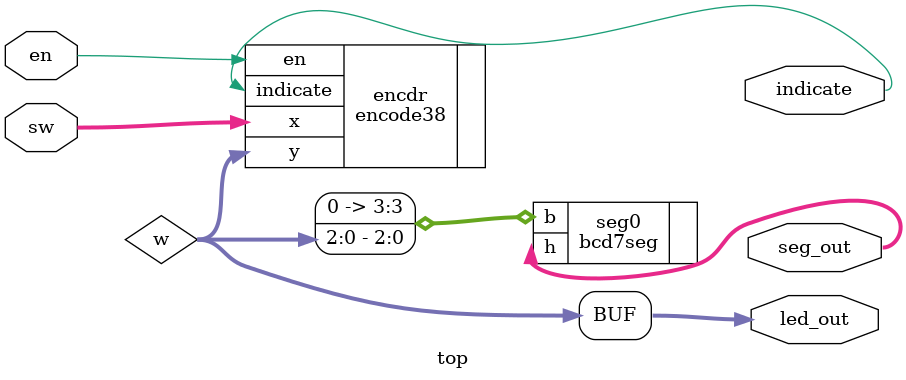
<source format=v>
module top(
	input [7:0] sw,
	input en,
	output reg [2:0] led_out,
	output reg indicate,
	output reg [6:0] seg_out
);

wire [2:0]w;

assign led_out = w;
encode38 encdr(
	.x(sw),
	.en(en),
	.y(w),
	.indicate(indicate)
);

bcd7seg seg0(
	.b({1'b0,w}),
	.h(seg_out)
);
endmodule

</source>
